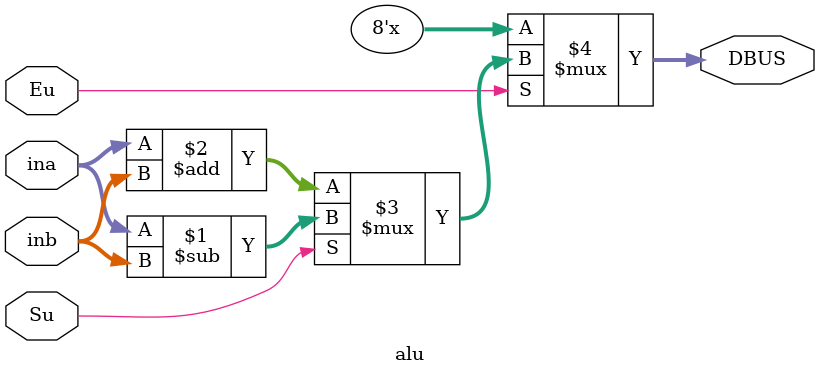
<source format=v>
`timescale 1ns / 1ns
/**
 * 8-bit simple ALU
 *
 * ina  = From Accumulator (Register A)
 * inb  = From Register B.
 * Su   = Operation. 0 = Add, 1 = Sub.
 * Eu   = Enable output to WBUS
 * DBUS = Data bus.
 */
module alu(
  input  [7:0] ina,
  input  [7:0] inb,
  input        Su,
  input        Eu,
  output [7:0] DBUS
);

  //wire [7:0] DBUS;

  // If Eu is high and Su is high, subtract Register B from Accumulator and output to the DBUS
  // If Eu is high and Su is low, Add Accumulator to Register B and output to the DBUS
  // If Eu is low, then go hi-impededance on the DBUS.
  assign DBUS = (Eu) ? ((Su) ? (ina - inb) : (ina + inb)) : 8'bzzzz_zzzz;
endmodule
</source>
